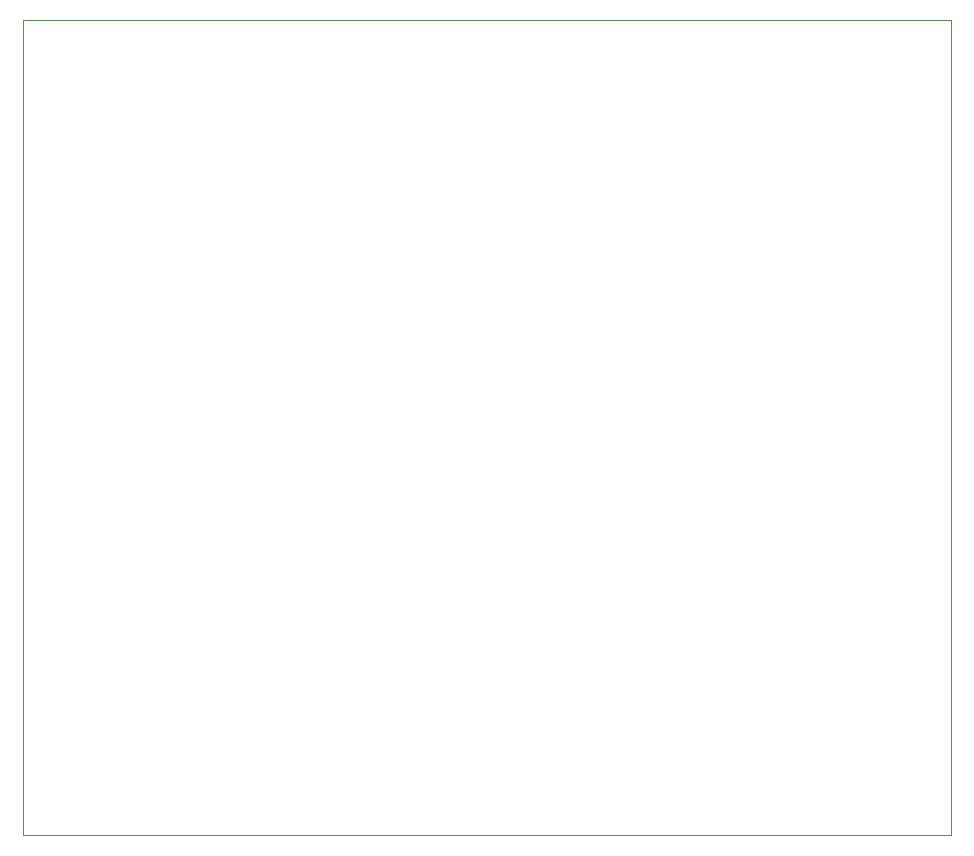
<source format=gbr>
G04 #@! TF.GenerationSoftware,KiCad,Pcbnew,(5.1.2)-1*
G04 #@! TF.CreationDate,2020-08-21T14:49:15-07:00*
G04 #@! TF.ProjectId,kicad-cpu-board-smt,6b696361-642d-4637-9075-2d626f617264,rev?*
G04 #@! TF.SameCoordinates,Original*
G04 #@! TF.FileFunction,Profile,NP*
%FSLAX46Y46*%
G04 Gerber Fmt 4.6, Leading zero omitted, Abs format (unit mm)*
G04 Created by KiCad (PCBNEW (5.1.2)-1) date 2020-08-21 14:49:15*
%MOMM*%
%LPD*%
G04 APERTURE LIST*
%ADD10C,0.050000*%
G04 APERTURE END LIST*
D10*
X12000000Y-12000000D02*
X12000000Y-81000000D01*
X90500000Y-81000000D02*
X12000000Y-81000000D01*
X90500000Y-12000000D02*
X90500000Y-81000000D01*
X12000000Y-12000000D02*
X90500000Y-12000000D01*
M02*

</source>
